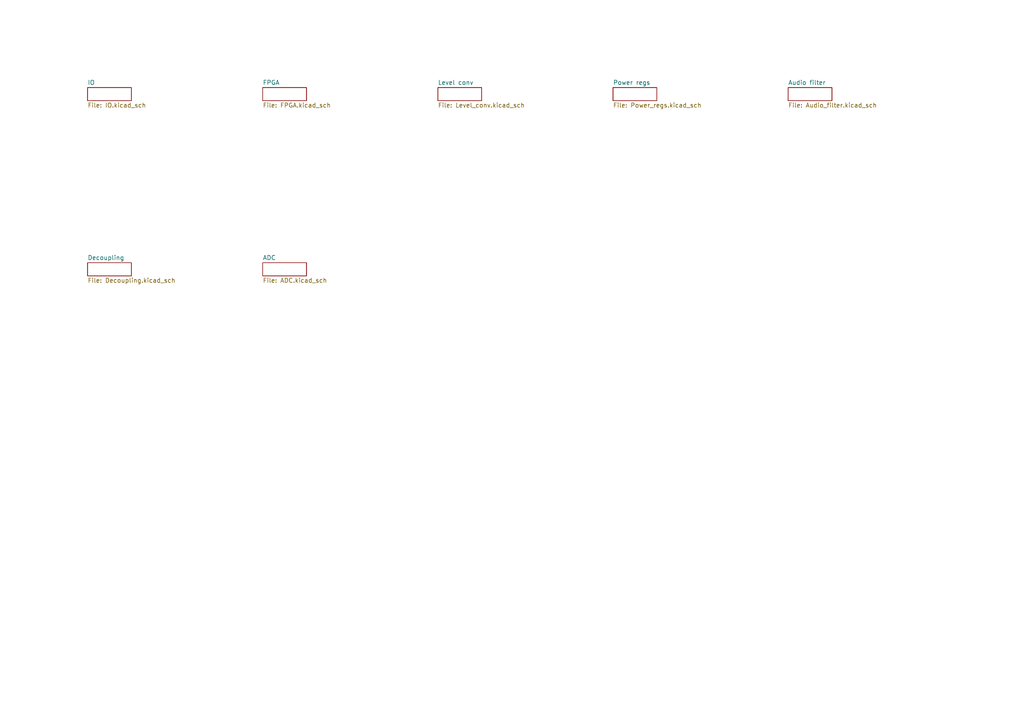
<source format=kicad_sch>
(kicad_sch
	(version 20231120)
	(generator "eeschema")
	(generator_version "8.0")
	(uuid "e6275eb3-d183-4a15-8a8c-dffc95cf456c")
	(paper "A4")
	(lib_symbols)
	(sheet
		(at 127 25.4)
		(size 12.7 3.81)
		(fields_autoplaced yes)
		(stroke
			(width 0)
			(type solid)
		)
		(fill
			(color 0 0 0 0.0000)
		)
		(uuid "3e77a693-684c-48ef-9687-a115f01e6e45")
		(property "Sheetname" "Level conv"
			(at 127 24.6884 0)
			(effects
				(font
					(size 1.27 1.27)
				)
				(justify left bottom)
			)
		)
		(property "Sheetfile" "Level_conv.kicad_sch"
			(at 127 29.7946 0)
			(effects
				(font
					(size 1.27 1.27)
				)
				(justify left top)
			)
		)
		(instances
			(project "pokeymax4"
				(path "/e6275eb3-d183-4a15-8a8c-dffc95cf456c"
					(page "3")
				)
			)
		)
	)
	(sheet
		(at 228.6 25.4)
		(size 12.7 3.81)
		(fields_autoplaced yes)
		(stroke
			(width 0)
			(type solid)
		)
		(fill
			(color 0 0 0 0.0000)
		)
		(uuid "4b5fcc65-5340-4407-80e3-94270b1cc853")
		(property "Sheetname" "Audio filter"
			(at 228.6 24.6884 0)
			(effects
				(font
					(size 1.27 1.27)
				)
				(justify left bottom)
			)
		)
		(property "Sheetfile" "Audio_filter.kicad_sch"
			(at 228.6 29.7946 0)
			(effects
				(font
					(size 1.27 1.27)
				)
				(justify left top)
			)
		)
		(instances
			(project "pokeymax4"
				(path "/e6275eb3-d183-4a15-8a8c-dffc95cf456c"
					(page "5")
				)
			)
		)
	)
	(sheet
		(at 25.4 76.2)
		(size 12.7 3.81)
		(fields_autoplaced yes)
		(stroke
			(width 0)
			(type solid)
		)
		(fill
			(color 0 0 0 0.0000)
		)
		(uuid "566e12f5-35e8-45bc-a895-c144e9c7cc42")
		(property "Sheetname" "Decoupling"
			(at 25.4 75.4884 0)
			(effects
				(font
					(size 1.27 1.27)
				)
				(justify left bottom)
			)
		)
		(property "Sheetfile" "Decoupling.kicad_sch"
			(at 25.4 80.5946 0)
			(effects
				(font
					(size 1.27 1.27)
				)
				(justify left top)
			)
		)
		(instances
			(project "pokeymax4"
				(path "/e6275eb3-d183-4a15-8a8c-dffc95cf456c"
					(page "6")
				)
			)
		)
	)
	(sheet
		(at 76.2 25.4)
		(size 12.7 3.81)
		(fields_autoplaced yes)
		(stroke
			(width 0)
			(type solid)
		)
		(fill
			(color 0 0 0 0.0000)
		)
		(uuid "7ef72fdc-db96-4316-aacb-30b112fc5f48")
		(property "Sheetname" "FPGA"
			(at 76.2 24.6884 0)
			(effects
				(font
					(size 1.27 1.27)
				)
				(justify left bottom)
			)
		)
		(property "Sheetfile" "FPGA.kicad_sch"
			(at 76.2 29.7946 0)
			(effects
				(font
					(size 1.27 1.27)
				)
				(justify left top)
			)
		)
		(instances
			(project "pokeymax4"
				(path "/e6275eb3-d183-4a15-8a8c-dffc95cf456c"
					(page "2")
				)
			)
		)
	)
	(sheet
		(at 177.8 25.4)
		(size 12.7 3.81)
		(fields_autoplaced yes)
		(stroke
			(width 0)
			(type solid)
		)
		(fill
			(color 0 0 0 0.0000)
		)
		(uuid "d07a10f3-2e81-4d2c-913a-4eaea8e1e883")
		(property "Sheetname" "Power regs"
			(at 177.8 24.6884 0)
			(effects
				(font
					(size 1.27 1.27)
				)
				(justify left bottom)
			)
		)
		(property "Sheetfile" "Power_regs.kicad_sch"
			(at 177.8 29.7946 0)
			(effects
				(font
					(size 1.27 1.27)
				)
				(justify left top)
			)
		)
		(instances
			(project "pokeymax4"
				(path "/e6275eb3-d183-4a15-8a8c-dffc95cf456c"
					(page "4")
				)
			)
		)
	)
	(sheet
		(at 76.2 76.2)
		(size 12.7 3.81)
		(fields_autoplaced yes)
		(stroke
			(width 0)
			(type solid)
		)
		(fill
			(color 0 0 0 0.0000)
		)
		(uuid "e8be45a0-4998-451e-afc3-9e91d7af6ea6")
		(property "Sheetname" "ADC"
			(at 76.2 75.4884 0)
			(effects
				(font
					(size 1.27 1.27)
				)
				(justify left bottom)
			)
		)
		(property "Sheetfile" "ADC.kicad_sch"
			(at 76.2 80.5946 0)
			(effects
				(font
					(size 1.27 1.27)
				)
				(justify left top)
			)
		)
		(instances
			(project "pokeymax4"
				(path "/e6275eb3-d183-4a15-8a8c-dffc95cf456c"
					(page "7")
				)
			)
		)
	)
	(sheet
		(at 25.4 25.4)
		(size 12.7 3.81)
		(fields_autoplaced yes)
		(stroke
			(width 0)
			(type solid)
		)
		(fill
			(color 0 0 0 0.0000)
		)
		(uuid "ffebd24f-75aa-4e21-be2c-b55208e79830")
		(property "Sheetname" "IO"
			(at 25.4 24.6884 0)
			(effects
				(font
					(size 1.27 1.27)
				)
				(justify left bottom)
			)
		)
		(property "Sheetfile" "IO.kicad_sch"
			(at 25.4 29.7946 0)
			(effects
				(font
					(size 1.27 1.27)
				)
				(justify left top)
			)
		)
		(instances
			(project "pokeymax4"
				(path "/e6275eb3-d183-4a15-8a8c-dffc95cf456c"
					(page "1")
				)
			)
		)
	)
	(sheet_instances
		(path "/"
			(page "1")
		)
	)
)

</source>
